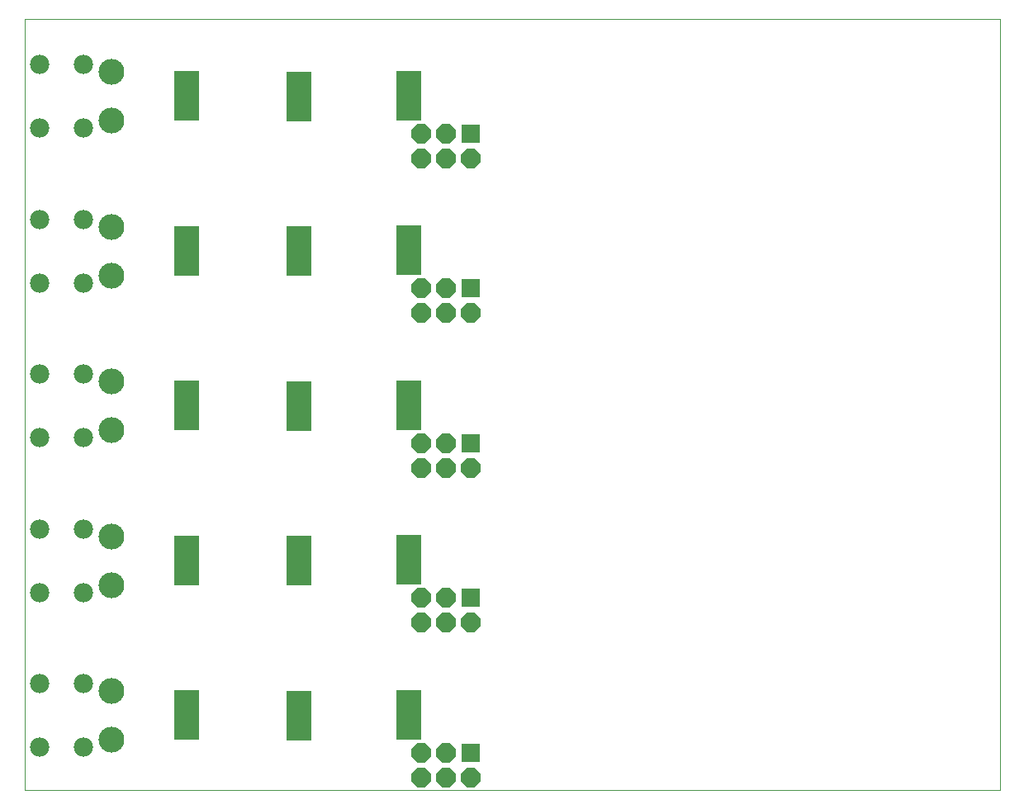
<source format=gbs>
G75*
G70*
%OFA0B0*%
%FSLAX24Y24*%
%IPPOS*%
%LPD*%
%AMOC8*
5,1,8,0,0,1.08239X$1,22.5*
%
%ADD10C,0.0000*%
%ADD11R,0.0780X0.0780*%
%ADD12OC8,0.0780*%
%ADD13C,0.0780*%
%ADD14R,0.1040X0.2040*%
%ADD15C,0.1040*%
D10*
X000151Y001048D02*
X000151Y032169D01*
X039521Y032169D01*
X039521Y001048D01*
X000151Y001048D01*
D11*
X018151Y002548D03*
X018151Y008798D03*
X018151Y015048D03*
X018151Y021298D03*
X018151Y027548D03*
D12*
X017151Y027548D03*
X017151Y026548D03*
X018151Y026548D03*
X016151Y026548D03*
X016151Y027548D03*
X016151Y021298D03*
X016151Y020298D03*
X017151Y020298D03*
X018151Y020298D03*
X017151Y021298D03*
X017151Y015048D03*
X017151Y014048D03*
X018151Y014048D03*
X016151Y014048D03*
X016151Y015048D03*
X016151Y008798D03*
X016151Y007798D03*
X017151Y007798D03*
X018151Y007798D03*
X017151Y008798D03*
X017151Y002548D03*
X017151Y001548D03*
X018151Y001548D03*
X016151Y001548D03*
X016151Y002548D03*
D13*
X002541Y002768D03*
X000761Y002768D03*
X000761Y005328D03*
X002541Y005328D03*
X002541Y009018D03*
X000761Y009018D03*
X000761Y011578D03*
X002541Y011578D03*
X002541Y015268D03*
X000761Y015268D03*
X000761Y017828D03*
X002541Y017828D03*
X002541Y021518D03*
X000761Y021518D03*
X000761Y024078D03*
X002541Y024078D03*
X002541Y027768D03*
X000761Y027768D03*
X000761Y030328D03*
X002541Y030328D03*
D14*
X006698Y029056D03*
X011230Y029048D03*
X015659Y029076D03*
X015659Y022826D03*
X011230Y022798D03*
X006698Y022806D03*
X006698Y016556D03*
X011230Y016548D03*
X015659Y016576D03*
X015659Y010326D03*
X011230Y010298D03*
X006698Y010306D03*
X006698Y004056D03*
X011230Y004048D03*
X015659Y004076D03*
D15*
X003651Y005032D03*
X003651Y003064D03*
X003651Y009314D03*
X003651Y011282D03*
X003651Y015564D03*
X003651Y017532D03*
X003651Y021814D03*
X003651Y023782D03*
X003651Y028064D03*
X003651Y030032D03*
M02*

</source>
